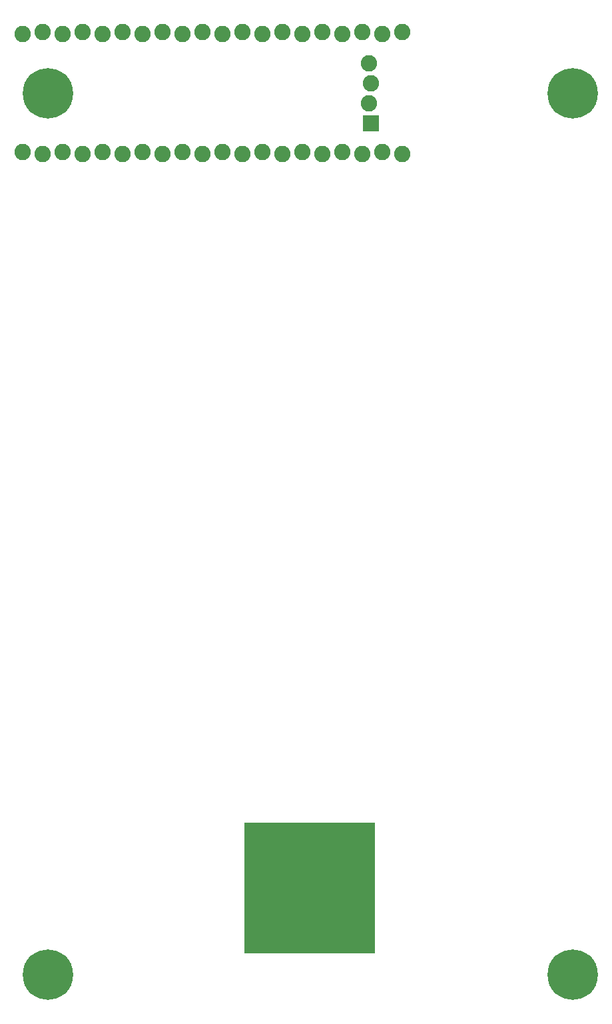
<source format=gbr>
%TF.GenerationSoftware,KiCad,Pcbnew,(6.0.4)*%
%TF.CreationDate,2022-08-26T16:16:49-04:00*%
%TF.ProjectId,Prototype Numpad,50726f74-6f74-4797-9065-204e756d7061,rev?*%
%TF.SameCoordinates,Original*%
%TF.FileFunction,Soldermask,Bot*%
%TF.FilePolarity,Negative*%
%FSLAX46Y46*%
G04 Gerber Fmt 4.6, Leading zero omitted, Abs format (unit mm)*
G04 Created by KiCad (PCBNEW (6.0.4)) date 2022-08-26 16:16:49*
%MOMM*%
%LPD*%
G01*
G04 APERTURE LIST*
G04 Aperture macros list*
%AMRoundRect*
0 Rectangle with rounded corners*
0 $1 Rounding radius*
0 $2 $3 $4 $5 $6 $7 $8 $9 X,Y pos of 4 corners*
0 Add a 4 corners polygon primitive as box body*
4,1,4,$2,$3,$4,$5,$6,$7,$8,$9,$2,$3,0*
0 Add four circle primitives for the rounded corners*
1,1,$1+$1,$2,$3*
1,1,$1+$1,$4,$5*
1,1,$1+$1,$6,$7*
1,1,$1+$1,$8,$9*
0 Add four rect primitives between the rounded corners*
20,1,$1+$1,$2,$3,$4,$5,0*
20,1,$1+$1,$4,$5,$6,$7,0*
20,1,$1+$1,$6,$7,$8,$9,0*
20,1,$1+$1,$8,$9,$2,$3,0*%
G04 Aperture macros list end*
%ADD10C,6.400000*%
%ADD11C,2.082800*%
%ADD12RoundRect,0.101600X0.939800X0.939800X-0.939800X0.939800X-0.939800X-0.939800X0.939800X-0.939800X0*%
G04 APERTURE END LIST*
%TO.C,QR\u002A\u002A\u002A\u002A\u002A*%
G36*
X298740000Y-240270000D02*
G01*
X282140000Y-240270000D01*
X282140000Y-256870000D01*
X298740000Y-256870000D01*
X298740000Y-240270000D01*
G37*
%TD*%
D10*
%TO.C,H4*%
X257175000Y-147637500D03*
%TD*%
%TO.C,H3*%
X323850000Y-147637500D03*
%TD*%
D11*
%TO.C,U1*%
X253950000Y-155130500D03*
X256490000Y-155384500D03*
X259030000Y-155130500D03*
X261570000Y-155384500D03*
X264110000Y-155130500D03*
X266650000Y-155384500D03*
X269190000Y-155130500D03*
X271730000Y-155384500D03*
X274270000Y-155130500D03*
X276810000Y-155384500D03*
X279350000Y-155130500D03*
X281890000Y-155384500D03*
X284430000Y-155130500D03*
X286970000Y-155384500D03*
X289510000Y-155130500D03*
X292050000Y-155384500D03*
X294590000Y-155130500D03*
X297130000Y-155384500D03*
X299670000Y-155130500D03*
X302210000Y-155384500D03*
X302210000Y-139890500D03*
X299670000Y-140144500D03*
X297130000Y-139890500D03*
X294590000Y-140144500D03*
X292050000Y-139890500D03*
X289510000Y-140144500D03*
X286970000Y-139890500D03*
X284430000Y-140144500D03*
X281890000Y-139890500D03*
X279350000Y-140144500D03*
X276810000Y-139890500D03*
X274270000Y-140144500D03*
X271730000Y-139890500D03*
X269190000Y-140144500D03*
X266650000Y-139890500D03*
X264110000Y-140144500D03*
X261570000Y-139890500D03*
X259030000Y-140144500D03*
X256490000Y-139890500D03*
X253950000Y-140144500D03*
D12*
X298227000Y-151447500D03*
D11*
X297973000Y-148907500D03*
X298227000Y-146367500D03*
X297973000Y-143827500D03*
%TD*%
D10*
%TO.C,H1*%
X257175000Y-259556250D03*
%TD*%
%TO.C,H2*%
X323850000Y-259556250D03*
%TD*%
M02*

</source>
